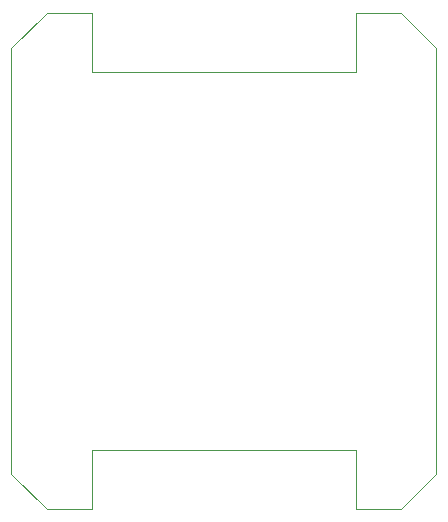
<source format=gbr>
%FSLAX34Y34*%
%MOMM*%
%LNOUTLINE*%
G71*
G01*
%ADD10C, 0.10*%
%LPD*%
G54D10*
X297000Y995000D02*
X335000Y995000D01*
X365000Y965000D01*
X365000Y605000D01*
X335000Y575000D01*
X297000Y575000D01*
X297000Y625000D01*
X73000Y625000D01*
X73000Y575000D01*
X35000Y575000D01*
X5000Y605000D01*
X5000Y965000D01*
X35000Y995000D01*
X73000Y995000D01*
X73000Y945000D01*
X297000Y945000D01*
X297000Y995000D01*
G54D10*
X35000Y575000D02*
X73000Y575000D01*
G54D10*
X335000Y575000D02*
X297000Y575000D01*
M02*

</source>
